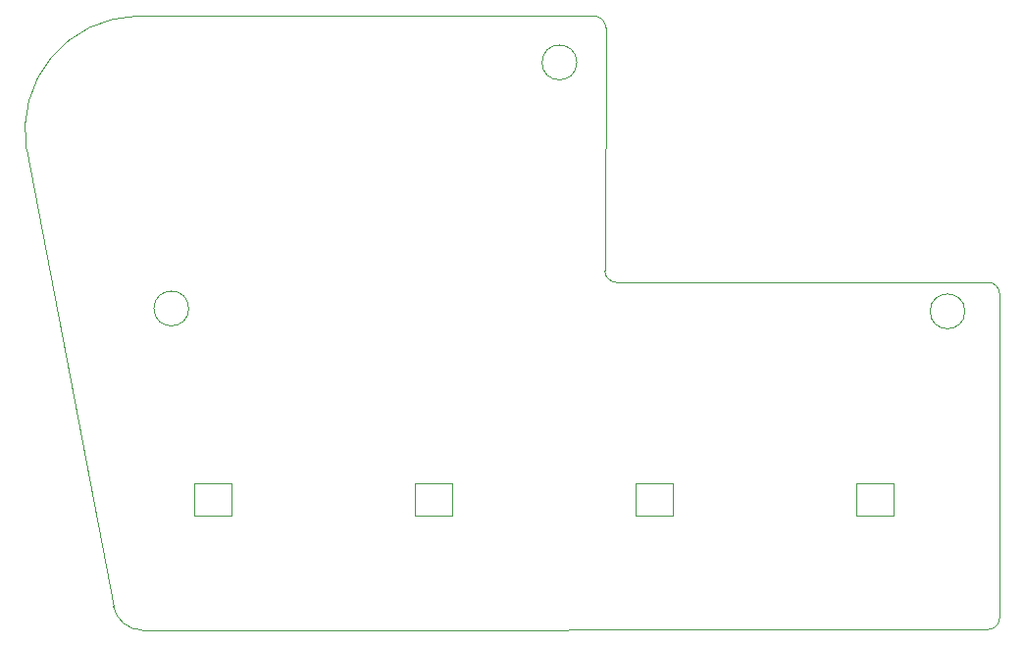
<source format=gbr>
%TF.GenerationSoftware,KiCad,Pcbnew,7.0.10*%
%TF.CreationDate,2026-02-06T21:47:15-08:00*%
%TF.ProjectId,4kemp,346b656d-702e-46b6-9963-61645f706362,rev?*%
%TF.SameCoordinates,Original*%
%TF.FileFunction,Profile,NP*%
%FSLAX46Y46*%
G04 Gerber Fmt 4.6, Leading zero omitted, Abs format (unit mm)*
G04 Created by KiCad (PCBNEW 7.0.10) date 2026-02-06 21:47:15*
%MOMM*%
%LPD*%
G01*
G04 APERTURE LIST*
%TA.AperFunction,Profile*%
%ADD10C,0.100000*%
%TD*%
%TA.AperFunction,Profile*%
%ADD11C,0.025400*%
%TD*%
G04 APERTURE END LIST*
D10*
X82451100Y-40149300D02*
X82365314Y-61149300D01*
X115451100Y-92124500D02*
G75*
G03*
X116451100Y-91124545I0J1000000D01*
G01*
X41951100Y-39149296D02*
G75*
G03*
X32451100Y-50649300I234770J-9867854D01*
G01*
X46451100Y-64399300D02*
G75*
G03*
X43451100Y-64399300I-1500000J0D01*
G01*
X43451100Y-64399300D02*
G75*
G03*
X46451100Y-64399300I1500000J0D01*
G01*
X39951065Y-90124552D02*
G75*
G03*
X42451100Y-92174054I2500035J500052D01*
G01*
X82365319Y-61149300D02*
G75*
G03*
X83408206Y-62149300I1042881J43800D01*
G01*
X42451100Y-92174054D02*
X115451100Y-92124545D01*
X39951101Y-90124545D02*
X32451100Y-50649300D01*
X83408206Y-62149300D02*
X115451100Y-62149300D01*
X113451100Y-64649300D02*
G75*
G03*
X110451100Y-64649300I-1500000J0D01*
G01*
X110451100Y-64649300D02*
G75*
G03*
X113451100Y-64649300I1500000J0D01*
G01*
X82451100Y-40149300D02*
G75*
G03*
X81451100Y-39149300I-1000000J0D01*
G01*
X116451100Y-63149300D02*
X116451100Y-91124545D01*
X81451100Y-39149300D02*
X41951100Y-39149300D01*
X116451100Y-63149300D02*
G75*
G03*
X115451100Y-62149300I-1000000J0D01*
G01*
X79951100Y-43149300D02*
G75*
G03*
X76951100Y-43149300I-1500000J0D01*
G01*
X76951100Y-43149300D02*
G75*
G03*
X79951100Y-43149300I1500000J0D01*
G01*
D11*
%TO.C,LED3*%
X88240200Y-82307000D02*
X85039800Y-82307000D01*
X88240200Y-79513000D02*
X88240200Y-82307000D01*
X88240200Y-79513000D02*
X85039800Y-79513000D01*
X85039800Y-82307000D02*
X85039800Y-79513000D01*
%TO.C,LED2*%
X69190200Y-82297000D02*
X65989800Y-82297000D01*
X69190200Y-79503000D02*
X69190200Y-82297000D01*
X69190200Y-79503000D02*
X65989800Y-79503000D01*
X65989800Y-82297000D02*
X65989800Y-79503000D01*
%TO.C,LED4*%
X107290200Y-82307000D02*
X104089800Y-82307000D01*
X107290200Y-79513000D02*
X107290200Y-82307000D01*
X107290200Y-79513000D02*
X104089800Y-79513000D01*
X104089800Y-82307000D02*
X104089800Y-79513000D01*
%TO.C,LED1*%
X50140200Y-82307000D02*
X46939800Y-82307000D01*
X50140200Y-79513000D02*
X50140200Y-82307000D01*
X50140200Y-79513000D02*
X46939800Y-79513000D01*
X46939800Y-82307000D02*
X46939800Y-79513000D01*
%TD*%
M02*

</source>
